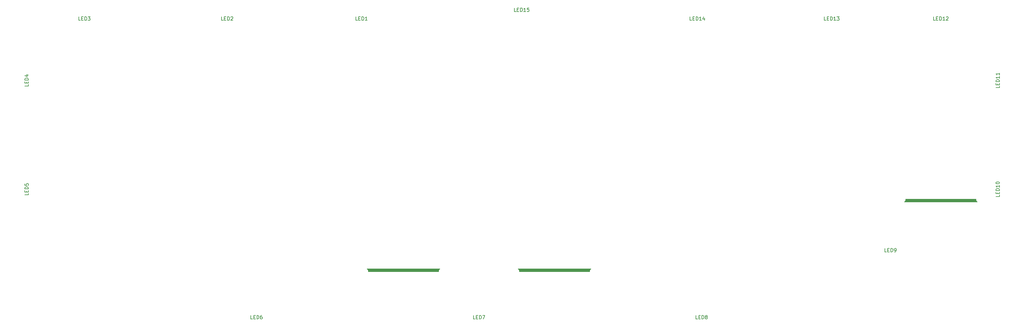
<source format=gbr>
%TF.GenerationSoftware,KiCad,Pcbnew,(7.0.0)*%
%TF.CreationDate,2023-06-17T11:14:13+09:00*%
%TF.ProjectId,Cr0wn60,43723077-6e36-4302-9e6b-696361645f70,rev?*%
%TF.SameCoordinates,Original*%
%TF.FileFunction,Legend,Top*%
%TF.FilePolarity,Positive*%
%FSLAX46Y46*%
G04 Gerber Fmt 4.6, Leading zero omitted, Abs format (unit mm)*
G04 Created by KiCad (PCBNEW (7.0.0)) date 2023-06-17 11:14:13*
%MOMM*%
%LPD*%
G01*
G04 APERTURE LIST*
%ADD10C,0.150000*%
%ADD11C,0.900000*%
%ADD12C,1.700000*%
%ADD13C,4.000000*%
%ADD14C,2.200000*%
%ADD15C,3.048000*%
%ADD16C,3.987800*%
%ADD17O,3.098000X0.298000*%
%ADD18O,0.298000X3.598000*%
%ADD19O,0.298000X3.098000*%
%ADD20O,3.598000X0.298000*%
%ADD21R,1.000000X1.000000*%
%ADD22O,1.000000X1.000000*%
G04 APERTURE END LIST*
D10*
%TO.C,LED11*%
X266654630Y-14692113D02*
X266654630Y-15168303D01*
X266654630Y-15168303D02*
X265654630Y-15168303D01*
X266130821Y-14358779D02*
X266130821Y-14025446D01*
X266654630Y-13882589D02*
X266654630Y-14358779D01*
X266654630Y-14358779D02*
X265654630Y-14358779D01*
X265654630Y-14358779D02*
X265654630Y-13882589D01*
X266654630Y-13454017D02*
X265654630Y-13454017D01*
X265654630Y-13454017D02*
X265654630Y-13215922D01*
X265654630Y-13215922D02*
X265702250Y-13073065D01*
X265702250Y-13073065D02*
X265797488Y-12977827D01*
X265797488Y-12977827D02*
X265892726Y-12930208D01*
X265892726Y-12930208D02*
X266083202Y-12882589D01*
X266083202Y-12882589D02*
X266226059Y-12882589D01*
X266226059Y-12882589D02*
X266416535Y-12930208D01*
X266416535Y-12930208D02*
X266511773Y-12977827D01*
X266511773Y-12977827D02*
X266607011Y-13073065D01*
X266607011Y-13073065D02*
X266654630Y-13215922D01*
X266654630Y-13215922D02*
X266654630Y-13454017D01*
X266654630Y-11930208D02*
X266654630Y-12501636D01*
X266654630Y-12215922D02*
X265654630Y-12215922D01*
X265654630Y-12215922D02*
X265797488Y-12311160D01*
X265797488Y-12311160D02*
X265892726Y-12406398D01*
X265892726Y-12406398D02*
X265940345Y-12501636D01*
X266654630Y-10977827D02*
X266654630Y-11549255D01*
X266654630Y-11263541D02*
X265654630Y-11263541D01*
X265654630Y-11263541D02*
X265797488Y-11358779D01*
X265797488Y-11358779D02*
X265892726Y-11454017D01*
X265892726Y-11454017D02*
X265940345Y-11549255D01*
%TO.C,LED2*%
X46505952Y3982369D02*
X46029762Y3982369D01*
X46029762Y3982369D02*
X46029762Y4982369D01*
X46839286Y4506178D02*
X47172619Y4506178D01*
X47315476Y3982369D02*
X46839286Y3982369D01*
X46839286Y3982369D02*
X46839286Y4982369D01*
X46839286Y4982369D02*
X47315476Y4982369D01*
X47744048Y3982369D02*
X47744048Y4982369D01*
X47744048Y4982369D02*
X47982143Y4982369D01*
X47982143Y4982369D02*
X48125000Y4934750D01*
X48125000Y4934750D02*
X48220238Y4839511D01*
X48220238Y4839511D02*
X48267857Y4744273D01*
X48267857Y4744273D02*
X48315476Y4553797D01*
X48315476Y4553797D02*
X48315476Y4410940D01*
X48315476Y4410940D02*
X48267857Y4220464D01*
X48267857Y4220464D02*
X48220238Y4125226D01*
X48220238Y4125226D02*
X48125000Y4029988D01*
X48125000Y4029988D02*
X47982143Y3982369D01*
X47982143Y3982369D02*
X47744048Y3982369D01*
X48696429Y4887130D02*
X48744048Y4934750D01*
X48744048Y4934750D02*
X48839286Y4982369D01*
X48839286Y4982369D02*
X49077381Y4982369D01*
X49077381Y4982369D02*
X49172619Y4934750D01*
X49172619Y4934750D02*
X49220238Y4887130D01*
X49220238Y4887130D02*
X49267857Y4791892D01*
X49267857Y4791892D02*
X49267857Y4696654D01*
X49267857Y4696654D02*
X49220238Y4553797D01*
X49220238Y4553797D02*
X48648810Y3982369D01*
X48648810Y3982369D02*
X49267857Y3982369D01*
%TO.C,LED3*%
X6024702Y3982369D02*
X5548512Y3982369D01*
X5548512Y3982369D02*
X5548512Y4982369D01*
X6358036Y4506178D02*
X6691369Y4506178D01*
X6834226Y3982369D02*
X6358036Y3982369D01*
X6358036Y3982369D02*
X6358036Y4982369D01*
X6358036Y4982369D02*
X6834226Y4982369D01*
X7262798Y3982369D02*
X7262798Y4982369D01*
X7262798Y4982369D02*
X7500893Y4982369D01*
X7500893Y4982369D02*
X7643750Y4934750D01*
X7643750Y4934750D02*
X7738988Y4839511D01*
X7738988Y4839511D02*
X7786607Y4744273D01*
X7786607Y4744273D02*
X7834226Y4553797D01*
X7834226Y4553797D02*
X7834226Y4410940D01*
X7834226Y4410940D02*
X7786607Y4220464D01*
X7786607Y4220464D02*
X7738988Y4125226D01*
X7738988Y4125226D02*
X7643750Y4029988D01*
X7643750Y4029988D02*
X7500893Y3982369D01*
X7500893Y3982369D02*
X7262798Y3982369D01*
X8167560Y4982369D02*
X8786607Y4982369D01*
X8786607Y4982369D02*
X8453274Y4601416D01*
X8453274Y4601416D02*
X8596131Y4601416D01*
X8596131Y4601416D02*
X8691369Y4553797D01*
X8691369Y4553797D02*
X8738988Y4506178D01*
X8738988Y4506178D02*
X8786607Y4410940D01*
X8786607Y4410940D02*
X8786607Y4172845D01*
X8786607Y4172845D02*
X8738988Y4077607D01*
X8738988Y4077607D02*
X8691369Y4029988D01*
X8691369Y4029988D02*
X8596131Y3982369D01*
X8596131Y3982369D02*
X8310417Y3982369D01*
X8310417Y3982369D02*
X8215179Y4029988D01*
X8215179Y4029988D02*
X8167560Y4077607D01*
%TO.C,LED12*%
X248436011Y3982369D02*
X247959821Y3982369D01*
X247959821Y3982369D02*
X247959821Y4982369D01*
X248769345Y4506178D02*
X249102678Y4506178D01*
X249245535Y3982369D02*
X248769345Y3982369D01*
X248769345Y3982369D02*
X248769345Y4982369D01*
X248769345Y4982369D02*
X249245535Y4982369D01*
X249674107Y3982369D02*
X249674107Y4982369D01*
X249674107Y4982369D02*
X249912202Y4982369D01*
X249912202Y4982369D02*
X250055059Y4934750D01*
X250055059Y4934750D02*
X250150297Y4839511D01*
X250150297Y4839511D02*
X250197916Y4744273D01*
X250197916Y4744273D02*
X250245535Y4553797D01*
X250245535Y4553797D02*
X250245535Y4410940D01*
X250245535Y4410940D02*
X250197916Y4220464D01*
X250197916Y4220464D02*
X250150297Y4125226D01*
X250150297Y4125226D02*
X250055059Y4029988D01*
X250055059Y4029988D02*
X249912202Y3982369D01*
X249912202Y3982369D02*
X249674107Y3982369D01*
X251197916Y3982369D02*
X250626488Y3982369D01*
X250912202Y3982369D02*
X250912202Y4982369D01*
X250912202Y4982369D02*
X250816964Y4839511D01*
X250816964Y4839511D02*
X250721726Y4744273D01*
X250721726Y4744273D02*
X250626488Y4696654D01*
X251578869Y4887130D02*
X251626488Y4934750D01*
X251626488Y4934750D02*
X251721726Y4982369D01*
X251721726Y4982369D02*
X251959821Y4982369D01*
X251959821Y4982369D02*
X252055059Y4934750D01*
X252055059Y4934750D02*
X252102678Y4887130D01*
X252102678Y4887130D02*
X252150297Y4791892D01*
X252150297Y4791892D02*
X252150297Y4696654D01*
X252150297Y4696654D02*
X252102678Y4553797D01*
X252102678Y4553797D02*
X251531250Y3982369D01*
X251531250Y3982369D02*
X252150297Y3982369D01*
%TO.C,LED13*%
X217479761Y3982369D02*
X217003571Y3982369D01*
X217003571Y3982369D02*
X217003571Y4982369D01*
X217813095Y4506178D02*
X218146428Y4506178D01*
X218289285Y3982369D02*
X217813095Y3982369D01*
X217813095Y3982369D02*
X217813095Y4982369D01*
X217813095Y4982369D02*
X218289285Y4982369D01*
X218717857Y3982369D02*
X218717857Y4982369D01*
X218717857Y4982369D02*
X218955952Y4982369D01*
X218955952Y4982369D02*
X219098809Y4934750D01*
X219098809Y4934750D02*
X219194047Y4839511D01*
X219194047Y4839511D02*
X219241666Y4744273D01*
X219241666Y4744273D02*
X219289285Y4553797D01*
X219289285Y4553797D02*
X219289285Y4410940D01*
X219289285Y4410940D02*
X219241666Y4220464D01*
X219241666Y4220464D02*
X219194047Y4125226D01*
X219194047Y4125226D02*
X219098809Y4029988D01*
X219098809Y4029988D02*
X218955952Y3982369D01*
X218955952Y3982369D02*
X218717857Y3982369D01*
X220241666Y3982369D02*
X219670238Y3982369D01*
X219955952Y3982369D02*
X219955952Y4982369D01*
X219955952Y4982369D02*
X219860714Y4839511D01*
X219860714Y4839511D02*
X219765476Y4744273D01*
X219765476Y4744273D02*
X219670238Y4696654D01*
X220575000Y4982369D02*
X221194047Y4982369D01*
X221194047Y4982369D02*
X220860714Y4601416D01*
X220860714Y4601416D02*
X221003571Y4601416D01*
X221003571Y4601416D02*
X221098809Y4553797D01*
X221098809Y4553797D02*
X221146428Y4506178D01*
X221146428Y4506178D02*
X221194047Y4410940D01*
X221194047Y4410940D02*
X221194047Y4172845D01*
X221194047Y4172845D02*
X221146428Y4077607D01*
X221146428Y4077607D02*
X221098809Y4029988D01*
X221098809Y4029988D02*
X221003571Y3982369D01*
X221003571Y3982369D02*
X220717857Y3982369D01*
X220717857Y3982369D02*
X220622619Y4029988D01*
X220622619Y4029988D02*
X220575000Y4077607D01*
%TO.C,LED7*%
X117943452Y-80917130D02*
X117467262Y-80917130D01*
X117467262Y-80917130D02*
X117467262Y-79917130D01*
X118276786Y-80393321D02*
X118610119Y-80393321D01*
X118752976Y-80917130D02*
X118276786Y-80917130D01*
X118276786Y-80917130D02*
X118276786Y-79917130D01*
X118276786Y-79917130D02*
X118752976Y-79917130D01*
X119181548Y-80917130D02*
X119181548Y-79917130D01*
X119181548Y-79917130D02*
X119419643Y-79917130D01*
X119419643Y-79917130D02*
X119562500Y-79964750D01*
X119562500Y-79964750D02*
X119657738Y-80059988D01*
X119657738Y-80059988D02*
X119705357Y-80155226D01*
X119705357Y-80155226D02*
X119752976Y-80345702D01*
X119752976Y-80345702D02*
X119752976Y-80488559D01*
X119752976Y-80488559D02*
X119705357Y-80679035D01*
X119705357Y-80679035D02*
X119657738Y-80774273D01*
X119657738Y-80774273D02*
X119562500Y-80869511D01*
X119562500Y-80869511D02*
X119419643Y-80917130D01*
X119419643Y-80917130D02*
X119181548Y-80917130D01*
X120086310Y-79917130D02*
X120752976Y-79917130D01*
X120752976Y-79917130D02*
X120324405Y-80917130D01*
%TO.C,LED14*%
X179379761Y3982369D02*
X178903571Y3982369D01*
X178903571Y3982369D02*
X178903571Y4982369D01*
X179713095Y4506178D02*
X180046428Y4506178D01*
X180189285Y3982369D02*
X179713095Y3982369D01*
X179713095Y3982369D02*
X179713095Y4982369D01*
X179713095Y4982369D02*
X180189285Y4982369D01*
X180617857Y3982369D02*
X180617857Y4982369D01*
X180617857Y4982369D02*
X180855952Y4982369D01*
X180855952Y4982369D02*
X180998809Y4934750D01*
X180998809Y4934750D02*
X181094047Y4839511D01*
X181094047Y4839511D02*
X181141666Y4744273D01*
X181141666Y4744273D02*
X181189285Y4553797D01*
X181189285Y4553797D02*
X181189285Y4410940D01*
X181189285Y4410940D02*
X181141666Y4220464D01*
X181141666Y4220464D02*
X181094047Y4125226D01*
X181094047Y4125226D02*
X180998809Y4029988D01*
X180998809Y4029988D02*
X180855952Y3982369D01*
X180855952Y3982369D02*
X180617857Y3982369D01*
X182141666Y3982369D02*
X181570238Y3982369D01*
X181855952Y3982369D02*
X181855952Y4982369D01*
X181855952Y4982369D02*
X181760714Y4839511D01*
X181760714Y4839511D02*
X181665476Y4744273D01*
X181665476Y4744273D02*
X181570238Y4696654D01*
X182998809Y4649035D02*
X182998809Y3982369D01*
X182760714Y5029988D02*
X182522619Y4315702D01*
X182522619Y4315702D02*
X183141666Y4315702D01*
%TO.C,LED8*%
X181046577Y-80917130D02*
X180570387Y-80917130D01*
X180570387Y-80917130D02*
X180570387Y-79917130D01*
X181379911Y-80393321D02*
X181713244Y-80393321D01*
X181856101Y-80917130D02*
X181379911Y-80917130D01*
X181379911Y-80917130D02*
X181379911Y-79917130D01*
X181379911Y-79917130D02*
X181856101Y-79917130D01*
X182284673Y-80917130D02*
X182284673Y-79917130D01*
X182284673Y-79917130D02*
X182522768Y-79917130D01*
X182522768Y-79917130D02*
X182665625Y-79964750D01*
X182665625Y-79964750D02*
X182760863Y-80059988D01*
X182760863Y-80059988D02*
X182808482Y-80155226D01*
X182808482Y-80155226D02*
X182856101Y-80345702D01*
X182856101Y-80345702D02*
X182856101Y-80488559D01*
X182856101Y-80488559D02*
X182808482Y-80679035D01*
X182808482Y-80679035D02*
X182760863Y-80774273D01*
X182760863Y-80774273D02*
X182665625Y-80869511D01*
X182665625Y-80869511D02*
X182522768Y-80917130D01*
X182522768Y-80917130D02*
X182284673Y-80917130D01*
X183427530Y-80345702D02*
X183332292Y-80298083D01*
X183332292Y-80298083D02*
X183284673Y-80250464D01*
X183284673Y-80250464D02*
X183237054Y-80155226D01*
X183237054Y-80155226D02*
X183237054Y-80107607D01*
X183237054Y-80107607D02*
X183284673Y-80012369D01*
X183284673Y-80012369D02*
X183332292Y-79964750D01*
X183332292Y-79964750D02*
X183427530Y-79917130D01*
X183427530Y-79917130D02*
X183618006Y-79917130D01*
X183618006Y-79917130D02*
X183713244Y-79964750D01*
X183713244Y-79964750D02*
X183760863Y-80012369D01*
X183760863Y-80012369D02*
X183808482Y-80107607D01*
X183808482Y-80107607D02*
X183808482Y-80155226D01*
X183808482Y-80155226D02*
X183760863Y-80250464D01*
X183760863Y-80250464D02*
X183713244Y-80298083D01*
X183713244Y-80298083D02*
X183618006Y-80345702D01*
X183618006Y-80345702D02*
X183427530Y-80345702D01*
X183427530Y-80345702D02*
X183332292Y-80393321D01*
X183332292Y-80393321D02*
X183284673Y-80440940D01*
X183284673Y-80440940D02*
X183237054Y-80536178D01*
X183237054Y-80536178D02*
X183237054Y-80726654D01*
X183237054Y-80726654D02*
X183284673Y-80821892D01*
X183284673Y-80821892D02*
X183332292Y-80869511D01*
X183332292Y-80869511D02*
X183427530Y-80917130D01*
X183427530Y-80917130D02*
X183618006Y-80917130D01*
X183618006Y-80917130D02*
X183713244Y-80869511D01*
X183713244Y-80869511D02*
X183760863Y-80821892D01*
X183760863Y-80821892D02*
X183808482Y-80726654D01*
X183808482Y-80726654D02*
X183808482Y-80536178D01*
X183808482Y-80536178D02*
X183760863Y-80440940D01*
X183760863Y-80440940D02*
X183713244Y-80393321D01*
X183713244Y-80393321D02*
X183618006Y-80345702D01*
%TO.C,LED5*%
X-8744869Y-45172172D02*
X-8744869Y-45648362D01*
X-8744869Y-45648362D02*
X-9744869Y-45648362D01*
X-9268678Y-44838838D02*
X-9268678Y-44505505D01*
X-8744869Y-44362648D02*
X-8744869Y-44838838D01*
X-8744869Y-44838838D02*
X-9744869Y-44838838D01*
X-9744869Y-44838838D02*
X-9744869Y-44362648D01*
X-8744869Y-43934076D02*
X-9744869Y-43934076D01*
X-9744869Y-43934076D02*
X-9744869Y-43695981D01*
X-9744869Y-43695981D02*
X-9697250Y-43553124D01*
X-9697250Y-43553124D02*
X-9602011Y-43457886D01*
X-9602011Y-43457886D02*
X-9506773Y-43410267D01*
X-9506773Y-43410267D02*
X-9316297Y-43362648D01*
X-9316297Y-43362648D02*
X-9173440Y-43362648D01*
X-9173440Y-43362648D02*
X-8982964Y-43410267D01*
X-8982964Y-43410267D02*
X-8887726Y-43457886D01*
X-8887726Y-43457886D02*
X-8792488Y-43553124D01*
X-8792488Y-43553124D02*
X-8744869Y-43695981D01*
X-8744869Y-43695981D02*
X-8744869Y-43934076D01*
X-9744869Y-42457886D02*
X-9744869Y-42934076D01*
X-9744869Y-42934076D02*
X-9268678Y-42981695D01*
X-9268678Y-42981695D02*
X-9316297Y-42934076D01*
X-9316297Y-42934076D02*
X-9363916Y-42838838D01*
X-9363916Y-42838838D02*
X-9363916Y-42600743D01*
X-9363916Y-42600743D02*
X-9316297Y-42505505D01*
X-9316297Y-42505505D02*
X-9268678Y-42457886D01*
X-9268678Y-42457886D02*
X-9173440Y-42410267D01*
X-9173440Y-42410267D02*
X-8935345Y-42410267D01*
X-8935345Y-42410267D02*
X-8840107Y-42457886D01*
X-8840107Y-42457886D02*
X-8792488Y-42505505D01*
X-8792488Y-42505505D02*
X-8744869Y-42600743D01*
X-8744869Y-42600743D02*
X-8744869Y-42838838D01*
X-8744869Y-42838838D02*
X-8792488Y-42934076D01*
X-8792488Y-42934076D02*
X-8840107Y-42981695D01*
%TO.C,LED1*%
X84605952Y3982369D02*
X84129762Y3982369D01*
X84129762Y3982369D02*
X84129762Y4982369D01*
X84939286Y4506178D02*
X85272619Y4506178D01*
X85415476Y3982369D02*
X84939286Y3982369D01*
X84939286Y3982369D02*
X84939286Y4982369D01*
X84939286Y4982369D02*
X85415476Y4982369D01*
X85844048Y3982369D02*
X85844048Y4982369D01*
X85844048Y4982369D02*
X86082143Y4982369D01*
X86082143Y4982369D02*
X86225000Y4934750D01*
X86225000Y4934750D02*
X86320238Y4839511D01*
X86320238Y4839511D02*
X86367857Y4744273D01*
X86367857Y4744273D02*
X86415476Y4553797D01*
X86415476Y4553797D02*
X86415476Y4410940D01*
X86415476Y4410940D02*
X86367857Y4220464D01*
X86367857Y4220464D02*
X86320238Y4125226D01*
X86320238Y4125226D02*
X86225000Y4029988D01*
X86225000Y4029988D02*
X86082143Y3982369D01*
X86082143Y3982369D02*
X85844048Y3982369D01*
X87367857Y3982369D02*
X86796429Y3982369D01*
X87082143Y3982369D02*
X87082143Y4982369D01*
X87082143Y4982369D02*
X86986905Y4839511D01*
X86986905Y4839511D02*
X86891667Y4744273D01*
X86891667Y4744273D02*
X86796429Y4696654D01*
%TO.C,LED9*%
X234624702Y-61867130D02*
X234148512Y-61867130D01*
X234148512Y-61867130D02*
X234148512Y-60867130D01*
X234958036Y-61343321D02*
X235291369Y-61343321D01*
X235434226Y-61867130D02*
X234958036Y-61867130D01*
X234958036Y-61867130D02*
X234958036Y-60867130D01*
X234958036Y-60867130D02*
X235434226Y-60867130D01*
X235862798Y-61867130D02*
X235862798Y-60867130D01*
X235862798Y-60867130D02*
X236100893Y-60867130D01*
X236100893Y-60867130D02*
X236243750Y-60914750D01*
X236243750Y-60914750D02*
X236338988Y-61009988D01*
X236338988Y-61009988D02*
X236386607Y-61105226D01*
X236386607Y-61105226D02*
X236434226Y-61295702D01*
X236434226Y-61295702D02*
X236434226Y-61438559D01*
X236434226Y-61438559D02*
X236386607Y-61629035D01*
X236386607Y-61629035D02*
X236338988Y-61724273D01*
X236338988Y-61724273D02*
X236243750Y-61819511D01*
X236243750Y-61819511D02*
X236100893Y-61867130D01*
X236100893Y-61867130D02*
X235862798Y-61867130D01*
X236910417Y-61867130D02*
X237100893Y-61867130D01*
X237100893Y-61867130D02*
X237196131Y-61819511D01*
X237196131Y-61819511D02*
X237243750Y-61771892D01*
X237243750Y-61771892D02*
X237338988Y-61629035D01*
X237338988Y-61629035D02*
X237386607Y-61438559D01*
X237386607Y-61438559D02*
X237386607Y-61057607D01*
X237386607Y-61057607D02*
X237338988Y-60962369D01*
X237338988Y-60962369D02*
X237291369Y-60914750D01*
X237291369Y-60914750D02*
X237196131Y-60867130D01*
X237196131Y-60867130D02*
X237005655Y-60867130D01*
X237005655Y-60867130D02*
X236910417Y-60914750D01*
X236910417Y-60914750D02*
X236862798Y-60962369D01*
X236862798Y-60962369D02*
X236815179Y-61057607D01*
X236815179Y-61057607D02*
X236815179Y-61295702D01*
X236815179Y-61295702D02*
X236862798Y-61390940D01*
X236862798Y-61390940D02*
X236910417Y-61438559D01*
X236910417Y-61438559D02*
X237005655Y-61486178D01*
X237005655Y-61486178D02*
X237196131Y-61486178D01*
X237196131Y-61486178D02*
X237291369Y-61438559D01*
X237291369Y-61438559D02*
X237338988Y-61390940D01*
X237338988Y-61390940D02*
X237386607Y-61295702D01*
%TO.C,LED10*%
X266654630Y-45648363D02*
X266654630Y-46124553D01*
X266654630Y-46124553D02*
X265654630Y-46124553D01*
X266130821Y-45315029D02*
X266130821Y-44981696D01*
X266654630Y-44838839D02*
X266654630Y-45315029D01*
X266654630Y-45315029D02*
X265654630Y-45315029D01*
X265654630Y-45315029D02*
X265654630Y-44838839D01*
X266654630Y-44410267D02*
X265654630Y-44410267D01*
X265654630Y-44410267D02*
X265654630Y-44172172D01*
X265654630Y-44172172D02*
X265702250Y-44029315D01*
X265702250Y-44029315D02*
X265797488Y-43934077D01*
X265797488Y-43934077D02*
X265892726Y-43886458D01*
X265892726Y-43886458D02*
X266083202Y-43838839D01*
X266083202Y-43838839D02*
X266226059Y-43838839D01*
X266226059Y-43838839D02*
X266416535Y-43886458D01*
X266416535Y-43886458D02*
X266511773Y-43934077D01*
X266511773Y-43934077D02*
X266607011Y-44029315D01*
X266607011Y-44029315D02*
X266654630Y-44172172D01*
X266654630Y-44172172D02*
X266654630Y-44410267D01*
X266654630Y-42886458D02*
X266654630Y-43457886D01*
X266654630Y-43172172D02*
X265654630Y-43172172D01*
X265654630Y-43172172D02*
X265797488Y-43267410D01*
X265797488Y-43267410D02*
X265892726Y-43362648D01*
X265892726Y-43362648D02*
X265940345Y-43457886D01*
X265654630Y-42267410D02*
X265654630Y-42172172D01*
X265654630Y-42172172D02*
X265702250Y-42076934D01*
X265702250Y-42076934D02*
X265749869Y-42029315D01*
X265749869Y-42029315D02*
X265845107Y-41981696D01*
X265845107Y-41981696D02*
X266035583Y-41934077D01*
X266035583Y-41934077D02*
X266273678Y-41934077D01*
X266273678Y-41934077D02*
X266464154Y-41981696D01*
X266464154Y-41981696D02*
X266559392Y-42029315D01*
X266559392Y-42029315D02*
X266607011Y-42076934D01*
X266607011Y-42076934D02*
X266654630Y-42172172D01*
X266654630Y-42172172D02*
X266654630Y-42267410D01*
X266654630Y-42267410D02*
X266607011Y-42362648D01*
X266607011Y-42362648D02*
X266559392Y-42410267D01*
X266559392Y-42410267D02*
X266464154Y-42457886D01*
X266464154Y-42457886D02*
X266273678Y-42505505D01*
X266273678Y-42505505D02*
X266035583Y-42505505D01*
X266035583Y-42505505D02*
X265845107Y-42457886D01*
X265845107Y-42457886D02*
X265749869Y-42410267D01*
X265749869Y-42410267D02*
X265702250Y-42362648D01*
X265702250Y-42362648D02*
X265654630Y-42267410D01*
%TO.C,LED6*%
X54840327Y-80917130D02*
X54364137Y-80917130D01*
X54364137Y-80917130D02*
X54364137Y-79917130D01*
X55173661Y-80393321D02*
X55506994Y-80393321D01*
X55649851Y-80917130D02*
X55173661Y-80917130D01*
X55173661Y-80917130D02*
X55173661Y-79917130D01*
X55173661Y-79917130D02*
X55649851Y-79917130D01*
X56078423Y-80917130D02*
X56078423Y-79917130D01*
X56078423Y-79917130D02*
X56316518Y-79917130D01*
X56316518Y-79917130D02*
X56459375Y-79964750D01*
X56459375Y-79964750D02*
X56554613Y-80059988D01*
X56554613Y-80059988D02*
X56602232Y-80155226D01*
X56602232Y-80155226D02*
X56649851Y-80345702D01*
X56649851Y-80345702D02*
X56649851Y-80488559D01*
X56649851Y-80488559D02*
X56602232Y-80679035D01*
X56602232Y-80679035D02*
X56554613Y-80774273D01*
X56554613Y-80774273D02*
X56459375Y-80869511D01*
X56459375Y-80869511D02*
X56316518Y-80917130D01*
X56316518Y-80917130D02*
X56078423Y-80917130D01*
X57506994Y-79917130D02*
X57316518Y-79917130D01*
X57316518Y-79917130D02*
X57221280Y-79964750D01*
X57221280Y-79964750D02*
X57173661Y-80012369D01*
X57173661Y-80012369D02*
X57078423Y-80155226D01*
X57078423Y-80155226D02*
X57030804Y-80345702D01*
X57030804Y-80345702D02*
X57030804Y-80726654D01*
X57030804Y-80726654D02*
X57078423Y-80821892D01*
X57078423Y-80821892D02*
X57126042Y-80869511D01*
X57126042Y-80869511D02*
X57221280Y-80917130D01*
X57221280Y-80917130D02*
X57411756Y-80917130D01*
X57411756Y-80917130D02*
X57506994Y-80869511D01*
X57506994Y-80869511D02*
X57554613Y-80821892D01*
X57554613Y-80821892D02*
X57602232Y-80726654D01*
X57602232Y-80726654D02*
X57602232Y-80488559D01*
X57602232Y-80488559D02*
X57554613Y-80393321D01*
X57554613Y-80393321D02*
X57506994Y-80345702D01*
X57506994Y-80345702D02*
X57411756Y-80298083D01*
X57411756Y-80298083D02*
X57221280Y-80298083D01*
X57221280Y-80298083D02*
X57126042Y-80345702D01*
X57126042Y-80345702D02*
X57078423Y-80393321D01*
X57078423Y-80393321D02*
X57030804Y-80488559D01*
%TO.C,LED15*%
X129564011Y6490619D02*
X129087821Y6490619D01*
X129087821Y6490619D02*
X129087821Y7490619D01*
X129897345Y7014428D02*
X130230678Y7014428D01*
X130373535Y6490619D02*
X129897345Y6490619D01*
X129897345Y6490619D02*
X129897345Y7490619D01*
X129897345Y7490619D02*
X130373535Y7490619D01*
X130802107Y6490619D02*
X130802107Y7490619D01*
X130802107Y7490619D02*
X131040202Y7490619D01*
X131040202Y7490619D02*
X131183059Y7443000D01*
X131183059Y7443000D02*
X131278297Y7347761D01*
X131278297Y7347761D02*
X131325916Y7252523D01*
X131325916Y7252523D02*
X131373535Y7062047D01*
X131373535Y7062047D02*
X131373535Y6919190D01*
X131373535Y6919190D02*
X131325916Y6728714D01*
X131325916Y6728714D02*
X131278297Y6633476D01*
X131278297Y6633476D02*
X131183059Y6538238D01*
X131183059Y6538238D02*
X131040202Y6490619D01*
X131040202Y6490619D02*
X130802107Y6490619D01*
X132325916Y6490619D02*
X131754488Y6490619D01*
X132040202Y6490619D02*
X132040202Y7490619D01*
X132040202Y7490619D02*
X131944964Y7347761D01*
X131944964Y7347761D02*
X131849726Y7252523D01*
X131849726Y7252523D02*
X131754488Y7204904D01*
X133230678Y7490619D02*
X132754488Y7490619D01*
X132754488Y7490619D02*
X132706869Y7014428D01*
X132706869Y7014428D02*
X132754488Y7062047D01*
X132754488Y7062047D02*
X132849726Y7109666D01*
X132849726Y7109666D02*
X133087821Y7109666D01*
X133087821Y7109666D02*
X133183059Y7062047D01*
X133183059Y7062047D02*
X133230678Y7014428D01*
X133230678Y7014428D02*
X133278297Y6919190D01*
X133278297Y6919190D02*
X133278297Y6681095D01*
X133278297Y6681095D02*
X133230678Y6585857D01*
X133230678Y6585857D02*
X133183059Y6538238D01*
X133183059Y6538238D02*
X133087821Y6490619D01*
X133087821Y6490619D02*
X132849726Y6490619D01*
X132849726Y6490619D02*
X132754488Y6538238D01*
X132754488Y6538238D02*
X132706869Y6585857D01*
%TO.C,LED4*%
X-8744869Y-14215922D02*
X-8744869Y-14692112D01*
X-8744869Y-14692112D02*
X-9744869Y-14692112D01*
X-9268678Y-13882588D02*
X-9268678Y-13549255D01*
X-8744869Y-13406398D02*
X-8744869Y-13882588D01*
X-8744869Y-13882588D02*
X-9744869Y-13882588D01*
X-9744869Y-13882588D02*
X-9744869Y-13406398D01*
X-8744869Y-12977826D02*
X-9744869Y-12977826D01*
X-9744869Y-12977826D02*
X-9744869Y-12739731D01*
X-9744869Y-12739731D02*
X-9697250Y-12596874D01*
X-9697250Y-12596874D02*
X-9602011Y-12501636D01*
X-9602011Y-12501636D02*
X-9506773Y-12454017D01*
X-9506773Y-12454017D02*
X-9316297Y-12406398D01*
X-9316297Y-12406398D02*
X-9173440Y-12406398D01*
X-9173440Y-12406398D02*
X-8982964Y-12454017D01*
X-8982964Y-12454017D02*
X-8887726Y-12501636D01*
X-8887726Y-12501636D02*
X-8792488Y-12596874D01*
X-8792488Y-12596874D02*
X-8744869Y-12739731D01*
X-8744869Y-12739731D02*
X-8744869Y-12977826D01*
X-9411535Y-11549255D02*
X-8744869Y-11549255D01*
X-9792488Y-11787350D02*
X-9078202Y-12025445D01*
X-9078202Y-12025445D02*
X-9078202Y-11406398D01*
D11*
%TO.C,REF\u002A\u002A*%
X109315250Y-67056000D02*
X85947250Y-67056000D01*
X238347250Y-47244000D02*
X261715250Y-47244000D01*
X152177750Y-67056000D02*
X128809750Y-67056000D01*
%TD*%
%LPC*%
D12*
%TO.C,SW23*%
X37782500Y-19050000D03*
D13*
X42862500Y-19050000D03*
D12*
X47942500Y-19050000D03*
D14*
X39052500Y-16510000D03*
X45402500Y-13970000D03*
%TD*%
D12*
%TO.C,SW37*%
X252095000Y-19050000D03*
D13*
X257175000Y-19050000D03*
D12*
X262255000Y-19050000D03*
D14*
X253365000Y-16510000D03*
X259715000Y-13970000D03*
%TD*%
D12*
%TO.C,SW56*%
X213995000Y-38100000D03*
D13*
X219075000Y-38100000D03*
D12*
X224155000Y-38100000D03*
D14*
X215265000Y-35560000D03*
X221615000Y-33020000D03*
%TD*%
D12*
%TO.C,SW45*%
X80645000Y-38100000D03*
D13*
X85725000Y-38100000D03*
D12*
X90805000Y-38100000D03*
D14*
X81915000Y-35560000D03*
X88265000Y-33020000D03*
%TD*%
D12*
%TO.C,SW3*%
X33020000Y0D03*
D13*
X38100000Y0D03*
D12*
X43180000Y0D03*
D14*
X34290000Y2540000D03*
X40640000Y5080000D03*
%TD*%
D12*
%TO.C,SW57*%
X244951250Y-38100000D03*
D13*
X250031250Y-38100000D03*
D12*
X255111250Y-38100000D03*
D14*
X246221250Y-35560000D03*
X252571250Y-33020000D03*
%TD*%
D12*
%TO.C,SW62*%
X37782500Y-57150000D03*
D13*
X42862500Y-57150000D03*
D12*
X47942500Y-57150000D03*
D14*
X39052500Y-54610000D03*
X45402500Y-52070000D03*
%TD*%
D12*
%TO.C,SW81*%
X40163750Y-76200000D03*
D13*
X45243750Y-76200000D03*
D12*
X50323750Y-76200000D03*
D14*
X41433750Y-73660000D03*
X47783750Y-71120000D03*
%TD*%
D12*
%TO.C,SW16*%
X223520000Y0D03*
D13*
X228600000Y0D03*
D12*
X233680000Y0D03*
D14*
X224790000Y2540000D03*
X231140000Y5080000D03*
%TD*%
D12*
%TO.C,SW30*%
X123507500Y-19050000D03*
D13*
X128587500Y-19050000D03*
D12*
X133667500Y-19050000D03*
D14*
X124777500Y-16510000D03*
X131127500Y-13970000D03*
%TD*%
D12*
%TO.C,SW85*%
X166370000Y-76200000D03*
D13*
X171450000Y-76200000D03*
D12*
X176530000Y-76200000D03*
D14*
X167640000Y-73660000D03*
X173990000Y-71120000D03*
%TD*%
D12*
%TO.C,SW13*%
X166370000Y0D03*
D13*
X171450000Y0D03*
D12*
X176530000Y0D03*
D14*
X167640000Y2540000D03*
X173990000Y5080000D03*
%TD*%
D12*
%TO.C,SW70*%
X123507500Y-57150000D03*
D13*
X128587500Y-57150000D03*
D12*
X133667500Y-57150000D03*
D14*
X124777500Y-54610000D03*
X131127500Y-52070000D03*
%TD*%
D15*
%TO.C,REF\u002A\u002A*%
X109531250Y-83185000D03*
D16*
X109531250Y-67945000D03*
D15*
X85731250Y-83185000D03*
D16*
X85731250Y-67945000D03*
%TD*%
D12*
%TO.C,SW73*%
X180657500Y-57150000D03*
D13*
X185737500Y-57150000D03*
D12*
X190817500Y-57150000D03*
D14*
X181927500Y-54610000D03*
X188277500Y-52070000D03*
%TD*%
D12*
%TO.C,SW14*%
X185420000Y0D03*
D13*
X190500000Y0D03*
D12*
X195580000Y0D03*
D14*
X186690000Y2540000D03*
X193040000Y5080000D03*
%TD*%
D12*
%TO.C,SW36*%
X218757500Y-19050000D03*
D13*
X223837500Y-19050000D03*
D12*
X228917500Y-19050000D03*
D14*
X220027500Y-16510000D03*
X226377500Y-13970000D03*
%TD*%
D12*
%TO.C,SW75*%
X218757500Y-57150000D03*
D13*
X223837500Y-57150000D03*
D12*
X228917500Y-57150000D03*
D14*
X220027500Y-54610000D03*
X226377500Y-52070000D03*
%TD*%
D12*
%TO.C,SW32*%
X161607500Y-19050000D03*
D13*
X166687500Y-19050000D03*
D12*
X171767500Y-19050000D03*
D14*
X162877500Y-16510000D03*
X169227500Y-13970000D03*
%TD*%
D12*
%TO.C,SW34*%
X180657500Y-19050000D03*
D13*
X185737500Y-19050000D03*
D12*
X190817500Y-19050000D03*
D14*
X181927500Y-16510000D03*
X188277500Y-13970000D03*
%TD*%
D12*
%TO.C,SW71*%
X142557500Y-57150000D03*
D13*
X147637500Y-57150000D03*
D12*
X152717500Y-57150000D03*
D14*
X143827500Y-54610000D03*
X150177500Y-52070000D03*
%TD*%
D12*
%TO.C,SW1*%
X-9842500Y0D03*
D13*
X-4762500Y0D03*
D12*
X317500Y0D03*
D14*
X-8572500Y2540000D03*
X-2222500Y5080000D03*
%TD*%
D12*
%TO.C,SW72*%
X161607500Y-57150000D03*
D13*
X166687500Y-57150000D03*
D12*
X171767500Y-57150000D03*
D14*
X162877500Y-54610000D03*
X169227500Y-52070000D03*
%TD*%
D12*
%TO.C,SW82*%
X61595000Y-76200000D03*
D13*
X66675000Y-76200000D03*
D12*
X71755000Y-76200000D03*
D14*
X62865000Y-73660000D03*
X69215000Y-71120000D03*
%TD*%
D15*
%TO.C,REF\u002A\u002A*%
X238131250Y-31115000D03*
D16*
X238131250Y-46355000D03*
D15*
X261931250Y-31115000D03*
D16*
X261931250Y-46355000D03*
%TD*%
D12*
%TO.C,SW42*%
X42545000Y-38100000D03*
D13*
X47625000Y-38100000D03*
D12*
X52705000Y-38100000D03*
D14*
X43815000Y-35560000D03*
X50165000Y-33020000D03*
%TD*%
D12*
%TO.C,SW87*%
X211613750Y-76200000D03*
D13*
X216693750Y-76200000D03*
D12*
X221773750Y-76200000D03*
D14*
X212883750Y-73660000D03*
X219233750Y-71120000D03*
%TD*%
D12*
%TO.C,SW63*%
X56832500Y-57150000D03*
D13*
X61912500Y-57150000D03*
D12*
X66992500Y-57150000D03*
D14*
X58102500Y-54610000D03*
X64452500Y-52070000D03*
%TD*%
D12*
%TO.C,SW46*%
X99695000Y-38100000D03*
D13*
X104775000Y-38100000D03*
D12*
X109855000Y-38100000D03*
D14*
X100965000Y-35560000D03*
X107315000Y-33020000D03*
%TD*%
D12*
%TO.C,SW41*%
X23495000Y-38100000D03*
D13*
X28575000Y-38100000D03*
D12*
X33655000Y-38100000D03*
D14*
X24765000Y-35560000D03*
X31115000Y-33020000D03*
%TD*%
D12*
%TO.C,SW12*%
X147320000Y0D03*
D13*
X152400000Y0D03*
D12*
X157480000Y0D03*
D14*
X148590000Y2540000D03*
X154940000Y5080000D03*
%TD*%
D12*
%TO.C,SW54*%
X194945000Y-38100000D03*
D13*
X200025000Y-38100000D03*
D12*
X205105000Y-38100000D03*
D14*
X196215000Y-35560000D03*
X202565000Y-33020000D03*
%TD*%
D15*
%TO.C,REF\u002A\u002A*%
X152393750Y-83185000D03*
D16*
X152393750Y-67945000D03*
D15*
X128593750Y-83185000D03*
D16*
X128593750Y-67945000D03*
%TD*%
D12*
%TO.C,SW24*%
X56832500Y-19050000D03*
D13*
X61912500Y-19050000D03*
D12*
X66992500Y-19050000D03*
D14*
X58102500Y-16510000D03*
X64452500Y-13970000D03*
%TD*%
D12*
%TO.C,SW65*%
X94932500Y-57150000D03*
D13*
X100012500Y-57150000D03*
D12*
X105092500Y-57150000D03*
D14*
X96202500Y-54610000D03*
X102552500Y-52070000D03*
%TD*%
D12*
%TO.C,SW51*%
X137795000Y-38100000D03*
D13*
X142875000Y-38100000D03*
D12*
X147955000Y-38100000D03*
D14*
X139065000Y-35560000D03*
X145415000Y-33020000D03*
%TD*%
D12*
%TO.C,SW2*%
X13970000Y0D03*
D13*
X19050000Y0D03*
D12*
X24130000Y0D03*
D14*
X15240000Y2540000D03*
X21590000Y5080000D03*
%TD*%
D12*
%TO.C,SW17*%
X256857500Y0D03*
D13*
X261937500Y0D03*
D12*
X267017500Y0D03*
D14*
X258127500Y2540000D03*
X264477500Y5080000D03*
%TD*%
D12*
%TO.C,SW84*%
X135413750Y-76200000D03*
D13*
X140493750Y-76200000D03*
D12*
X145573750Y-76200000D03*
D14*
X136683750Y-73660000D03*
X143033750Y-71120000D03*
%TD*%
D12*
%TO.C,SW43*%
X61595000Y-38100000D03*
D13*
X66675000Y-38100000D03*
D12*
X71755000Y-38100000D03*
D14*
X62865000Y-35560000D03*
X69215000Y-33020000D03*
%TD*%
D12*
%TO.C,SW86*%
X187801250Y-76200000D03*
D13*
X192881250Y-76200000D03*
D12*
X197961250Y-76200000D03*
D14*
X189071250Y-73660000D03*
X195421250Y-71120000D03*
%TD*%
D12*
%TO.C,SW26*%
X94932500Y-19050000D03*
D13*
X100012500Y-19050000D03*
D12*
X105092500Y-19050000D03*
D14*
X96202500Y-16510000D03*
X102552500Y-13970000D03*
%TD*%
D12*
%TO.C,SW61*%
X18732500Y-57150000D03*
D13*
X23812500Y-57150000D03*
D12*
X28892500Y-57150000D03*
D14*
X20002500Y-54610000D03*
X26352500Y-52070000D03*
%TD*%
D12*
%TO.C,SW52*%
X156845000Y-38100000D03*
D13*
X161925000Y-38100000D03*
D12*
X167005000Y-38100000D03*
D14*
X158115000Y-35560000D03*
X164465000Y-33020000D03*
%TD*%
D12*
%TO.C,SW25*%
X75882500Y-19050000D03*
D13*
X80962500Y-19050000D03*
D12*
X86042500Y-19050000D03*
D14*
X77152500Y-16510000D03*
X83502500Y-13970000D03*
%TD*%
D12*
%TO.C,SW4*%
X52070000Y0D03*
D13*
X57150000Y0D03*
D12*
X62230000Y0D03*
D14*
X53340000Y2540000D03*
X59690000Y5080000D03*
%TD*%
D12*
%TO.C,SW21*%
X18732500Y-19050000D03*
D13*
X23812500Y-19050000D03*
D12*
X28892500Y-19050000D03*
D14*
X20002500Y-16510000D03*
X26352500Y-13970000D03*
%TD*%
D12*
%TO.C,SW60*%
X-7461250Y-57150000D03*
D13*
X-2381250Y-57150000D03*
D12*
X2698750Y-57150000D03*
D14*
X-6191250Y-54610000D03*
X158750Y-52070000D03*
%TD*%
D12*
%TO.C,SW6*%
X90170000Y0D03*
D13*
X95250000Y0D03*
D12*
X100330000Y0D03*
D14*
X91440000Y2540000D03*
X97790000Y5080000D03*
%TD*%
D12*
%TO.C,SW20*%
X-5080000Y-19050000D03*
D13*
X0Y-19050000D03*
D12*
X5080000Y-19050000D03*
D14*
X-3810000Y-16510000D03*
X2540000Y-13970000D03*
%TD*%
D12*
%TO.C,SW40*%
X-2698750Y-38100000D03*
D13*
X2381250Y-38100000D03*
D12*
X7461250Y-38100000D03*
D14*
X-1428750Y-35560000D03*
X4921250Y-33020000D03*
%TD*%
D12*
%TO.C,SW50*%
X118745000Y-38100000D03*
D13*
X123825000Y-38100000D03*
D12*
X128905000Y-38100000D03*
D14*
X120015000Y-35560000D03*
X126365000Y-33020000D03*
%TD*%
D12*
%TO.C,SW5*%
X71120000Y0D03*
D13*
X76200000Y0D03*
D12*
X81280000Y0D03*
D14*
X72390000Y2540000D03*
X78740000Y5080000D03*
%TD*%
D12*
%TO.C,SW74*%
X199707500Y-57150000D03*
D13*
X204787500Y-57150000D03*
D12*
X209867500Y-57150000D03*
D14*
X200977500Y-54610000D03*
X207327500Y-52070000D03*
%TD*%
D12*
%TO.C,SW76*%
X249713750Y-57150000D03*
D13*
X254793750Y-57150000D03*
D12*
X259873750Y-57150000D03*
D14*
X250983750Y-54610000D03*
X257333750Y-52070000D03*
%TD*%
D12*
%TO.C,SW53*%
X175895000Y-38100000D03*
D13*
X180975000Y-38100000D03*
D12*
X186055000Y-38100000D03*
D14*
X177165000Y-35560000D03*
X183515000Y-33020000D03*
%TD*%
D12*
%TO.C,SW35*%
X199707500Y-19050000D03*
D13*
X204787500Y-19050000D03*
D12*
X209867500Y-19050000D03*
D14*
X200977500Y-16510000D03*
X207327500Y-13970000D03*
%TD*%
D12*
%TO.C,SW80*%
X16351250Y-76200000D03*
D13*
X21431250Y-76200000D03*
D12*
X26511250Y-76200000D03*
D14*
X17621250Y-73660000D03*
X23971250Y-71120000D03*
%TD*%
D12*
%TO.C,SW83*%
X92551250Y-76200000D03*
D13*
X97631250Y-76200000D03*
D12*
X102711250Y-76200000D03*
D14*
X93821250Y-73660000D03*
X100171250Y-71120000D03*
%TD*%
D12*
%TO.C,SW10*%
X128270000Y0D03*
D13*
X133350000Y0D03*
D12*
X138430000Y0D03*
D14*
X129540000Y2540000D03*
X135890000Y5080000D03*
%TD*%
D12*
%TO.C,SW31*%
X142557500Y-19050000D03*
D13*
X147637500Y-19050000D03*
D12*
X152717500Y-19050000D03*
D14*
X143827500Y-16510000D03*
X150177500Y-13970000D03*
%TD*%
D12*
%TO.C,SW64*%
X75882500Y-57150000D03*
D13*
X80962500Y-57150000D03*
D12*
X86042500Y-57150000D03*
D14*
X77152500Y-54610000D03*
X83502500Y-52070000D03*
%TD*%
D12*
%TO.C,SW15*%
X204470000Y0D03*
D13*
X209550000Y0D03*
D12*
X214630000Y0D03*
D14*
X205740000Y2540000D03*
X212090000Y5080000D03*
%TD*%
D17*
%TO.C,LED11*%
X269081249Y-14746874D03*
D18*
X267681249Y-13096874D03*
X270481249Y-13096874D03*
D17*
X269081249Y-11446874D03*
%TD*%
D19*
%TO.C,LED2*%
X49274999Y7143749D03*
D20*
X47624999Y5743749D03*
X47624999Y8543749D03*
D19*
X45974999Y7143749D03*
%TD*%
%TO.C,LED3*%
X8793749Y7143749D03*
D20*
X7143749Y5743749D03*
X7143749Y8543749D03*
D19*
X5493749Y7143749D03*
%TD*%
%TO.C,LED12*%
X251681249Y7143749D03*
D20*
X250031249Y5743749D03*
X250031249Y8543749D03*
D19*
X248381249Y7143749D03*
%TD*%
%TO.C,LED13*%
X220724999Y7143749D03*
D20*
X219074999Y5743749D03*
X219074999Y8543749D03*
D19*
X217424999Y7143749D03*
%TD*%
%TO.C,LED7*%
X117412499Y-83343749D03*
D20*
X119062499Y-81943749D03*
X119062499Y-84743749D03*
D19*
X120712499Y-83343749D03*
%TD*%
%TO.C,LED14*%
X182624999Y7143749D03*
D20*
X180974999Y5743749D03*
X180974999Y8543749D03*
D19*
X179324999Y7143749D03*
%TD*%
%TO.C,LED8*%
X180515624Y-83343749D03*
D20*
X182165624Y-81943749D03*
X182165624Y-84743749D03*
D19*
X183815624Y-83343749D03*
%TD*%
D17*
%TO.C,LED5*%
X-11906249Y-42403124D03*
D18*
X-10506249Y-44053124D03*
X-13306249Y-44053124D03*
D17*
X-11906249Y-45703124D03*
%TD*%
D21*
%TO.C,J2*%
X111226999Y-48650999D03*
D22*
X111226999Y-49920999D03*
%TD*%
D19*
%TO.C,LED1*%
X87374999Y7143749D03*
D20*
X85724999Y5743749D03*
X85724999Y8543749D03*
D19*
X84074999Y7143749D03*
%TD*%
%TO.C,LED9*%
X234093749Y-64293749D03*
D20*
X235743749Y-62893749D03*
X235743749Y-65693749D03*
D19*
X237393749Y-64293749D03*
%TD*%
D17*
%TO.C,LED10*%
X269081249Y-45703124D03*
D18*
X267681249Y-44053124D03*
X270481249Y-44053124D03*
D17*
X269081249Y-42403124D03*
%TD*%
D19*
%TO.C,LED6*%
X54309374Y-83343749D03*
D20*
X55959374Y-81943749D03*
X55959374Y-84743749D03*
D19*
X57609374Y-83343749D03*
%TD*%
%TO.C,LED15*%
X126665624Y7143749D03*
D20*
X125015624Y5743749D03*
X125015624Y8543749D03*
D19*
X123365624Y7143749D03*
%TD*%
D17*
%TO.C,LED4*%
X-11906249Y-11446874D03*
D18*
X-10506249Y-13096874D03*
X-13306249Y-13096874D03*
D17*
X-11906249Y-14746874D03*
%TD*%
M02*

</source>
